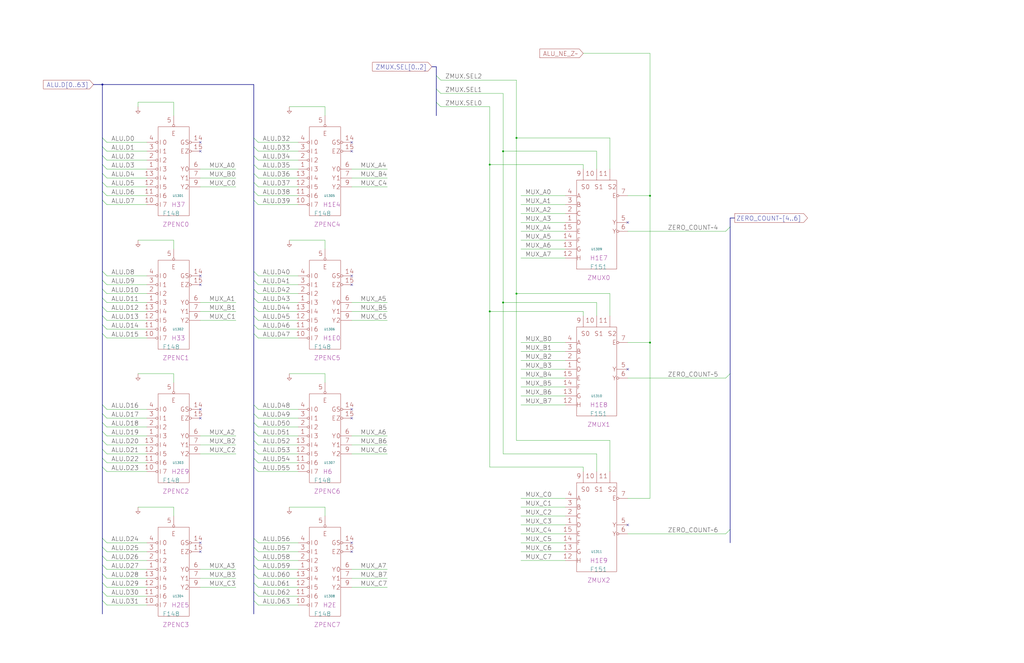
<source format=kicad_sch>
(kicad_sch (version 20211123) (generator eeschema)
  (paper "User" 584.2 378.46)
  (title_block (title "ZERO_DETECTOR") (date "22-MAR-90") (rev "1.0") (comment 1 "VALUE") (comment 2 "232-003063") (comment 3 "S400") (comment 4 "RELEASED"))
  (lib_symbols
    (symbol "r1000:F148" (pin_numbers hide) (pin_names (offset 1.016) hide)
      (property "Reference" "U" (at 2.54 5.08 0))
      (property "Value" "F148" (at -6.35 -5.08 0))
      (property "Location" "___" (at -1.27 0 0))
      (property "Name" "______" (at 1.27 -12.7 0))
      (symbol "F148_1_1"
        (circle (center -9.525 0) (radius 0.635))
        (circle (center -9.525 5.08) (radius 0.635))
        (circle (center -9.525 10.16) (radius 0.635))
        (circle (center -9.525 15.24) (radius 0.635))
        (circle (center -9.525 20.32) (radius 0.635))
        (circle (center -9.525 25.4) (radius 0.635))
        (circle (center -9.525 30.48) (radius 0.635))
        (circle (center -9.525 35.56) (radius 0.635))
        (rectangle (start -8.89 44.45) (end 8.89 -6.35))
        (circle (center 0 45.085) (radius 0.635))
        (circle (center 9.525 30.48) (radius 0.635))
        (circle (center 9.525 35.56) (radius 0.635))
        (text "0" (at -12.7 2.54 0) (effects (font (size 2.54 2.54))))
        (text "0" (at -5.08 35.56 0) (effects (font (size 2.54 2.54))))
        (text "0" (at 7.62 20.32 0) (effects (font (size 2.54 2.54))))
        (text "1" (at -15.24 2.54 0) (effects (font (size 2.54 2.54))))
        (text "1" (at -15.24 7.62 0) (effects (font (size 2.54 2.54))))
        (text "1" (at -15.24 12.7 0) (effects (font (size 2.54 2.54))))
        (text "1" (at -15.24 17.78 0) (effects (font (size 2.54 2.54))))
        (text "1" (at -12.7 7.62 0) (effects (font (size 2.54 2.54))))
        (text "1" (at -12.7 22.86 0) (effects (font (size 2.54 2.54))))
        (text "1" (at -5.08 30.48 0) (effects (font (size 2.54 2.54))))
        (text "1" (at 7.62 15.24 0) (effects (font (size 2.54 2.54))))
        (text "1" (at 12.7 33.02 0) (effects (font (size 2.54 2.54))))
        (text "1" (at 12.7 38.1 0) (effects (font (size 2.54 2.54))))
        (text "2" (at -12.7 12.7 0) (effects (font (size 2.54 2.54))))
        (text "2" (at -12.7 27.94 0) (effects (font (size 2.54 2.54))))
        (text "2" (at -5.08 25.4 0) (effects (font (size 2.54 2.54))))
        (text "2" (at 7.62 10.16 0) (effects (font (size 2.54 2.54))))
        (text "3" (at -12.7 17.78 0) (effects (font (size 2.54 2.54))))
        (text "3" (at -12.7 33.02 0) (effects (font (size 2.54 2.54))))
        (text "3" (at -5.08 20.32 0) (effects (font (size 2.54 2.54))))
        (text "4" (at -12.7 38.1 0) (effects (font (size 2.54 2.54))))
        (text "4" (at -5.08 15.24 0) (effects (font (size 2.54 2.54))))
        (text "4" (at 15.24 38.1 0) (effects (font (size 2.54 2.54))))
        (text "5" (at -5.08 10.16 0) (effects (font (size 2.54 2.54))))
        (text "5" (at -2.54 48.26 0) (effects (font (size 2.54 2.54))))
        (text "5" (at 15.24 33.02 0) (effects (font (size 2.54 2.54))))
        (text "6" (at -5.08 5.08 0) (effects (font (size 2.54 2.54))))
        (text "6" (at 12.7 22.86 0) (effects (font (size 2.54 2.54))))
        (text "7" (at -5.08 0 0) (effects (font (size 2.54 2.54))))
        (text "7" (at 12.7 17.78 0) (effects (font (size 2.54 2.54))))
        (text "9" (at 12.7 12.7 0) (effects (font (size 2.54 2.54))))
        (text "E" (at 0 40.64 0) (effects (font (size 2.54 2.54))))
        (text "E" (at 5.08 30.48 0) (effects (font (size 2.54 2.54))))
        (text "G" (at 5.08 35.56 0) (effects (font (size 2.54 2.54))))
        (text "I" (at -7.62 0 0) (effects (font (size 2.54 2.54))))
        (text "I" (at -7.62 5.08 0) (effects (font (size 2.54 2.54))))
        (text "I" (at -7.62 10.16 0) (effects (font (size 2.54 2.54))))
        (text "I" (at -7.62 15.24 0) (effects (font (size 2.54 2.54))))
        (text "I" (at -7.62 20.32 0) (effects (font (size 2.54 2.54))))
        (text "I" (at -7.62 25.4 0) (effects (font (size 2.54 2.54))))
        (text "I" (at -7.62 30.48 0) (effects (font (size 2.54 2.54))))
        (text "I" (at -7.62 35.56 0) (effects (font (size 2.54 2.54))))
        (text "S" (at 7.62 35.56 0) (effects (font (size 2.54 2.54))))
        (text "Y" (at 5.08 10.16 0) (effects (font (size 2.54 2.54))))
        (text "Y" (at 5.08 15.24 0) (effects (font (size 2.54 2.54))))
        (text "Y" (at 5.08 20.32 0) (effects (font (size 2.54 2.54))))
        (text "Z" (at 7.62 30.48 0) (effects (font (size 2.54 2.54))))
        (pin input line (at -15.24 20.32 0) (length 5.08) (name "I3_") (number "1"))
        (pin input line (at -15.24 0 0) (length 5.08) (name "I7_") (number "10"))
        (pin input line (at -15.24 5.08 0) (length 5.08) (name "I6_") (number "11"))
        (pin input line (at -15.24 10.16 0) (length 5.08) (name "I5_") (number "12"))
        (pin input line (at -15.24 15.24 0) (length 5.08) (name "I4_") (number "13"))
        (pin output line (at 15.24 35.56 180) (length 5.08) (name "GS_") (number "14"))
        (pin output line (at 15.24 30.48 180) (length 5.08) (name "EZ_") (number "15"))
        (pin input line (at -15.24 25.4 0) (length 5.08) (name "I2_") (number "2"))
        (pin input line (at -15.24 30.48 0) (length 5.08) (name "I1_") (number "3"))
        (pin input line (at -15.24 35.56 0) (length 5.08) (name "I0_") (number "4"))
        (pin input line (at 0 50.8 270) (length 5.08) (name "E_") (number "5"))
        (pin output line (at 15.24 20.32 180) (length 6.35) (name "Y0") (number "6"))
        (pin output line (at 15.24 15.24 180) (length 6.35) (name "Y1") (number "7"))
        (pin output line (at 15.24 10.16 180) (length 6.35) (name "Y2") (number "9"))
      )
    )
    (symbol "r1000:F151" (pin_numbers hide) (pin_names (offset 1.016) hide)
      (property "Reference" "U" (at 2.54 5.08 0))
      (property "Value" "F151" (at -1.27 -5.08 0))
      (property "Location" "___" (at -1.27 0 0))
      (property "Name" "______" (at 3.81 -12.7 0))
      (symbol "F151_1_1"
        (rectangle (start -8.89 44.45) (end 13.97 -6.35))
        (circle (center 14.605 15.24) (radius 0.635))
        (circle (center 14.605 35.56) (radius 0.635))
        (text "0" (at -2.54 40.64 0) (effects (font (size 2.54 2.54))))
        (text "0" (at 0 48.26 0) (effects (font (size 2.54 2.54))))
        (text "1" (at -15.24 2.54 0) (effects (font (size 2.54 2.54))))
        (text "1" (at -15.24 7.62 0) (effects (font (size 2.54 2.54))))
        (text "1" (at -15.24 12.7 0) (effects (font (size 2.54 2.54))))
        (text "1" (at -15.24 17.78 0) (effects (font (size 2.54 2.54))))
        (text "1" (at -12.7 22.86 0) (effects (font (size 2.54 2.54))))
        (text "1" (at -2.54 48.26 0) (effects (font (size 2.54 2.54))))
        (text "1" (at 5.08 40.64 0) (effects (font (size 2.54 2.54))))
        (text "1" (at 5.08 48.26 0) (effects (font (size 2.54 2.54))))
        (text "1" (at 7.62 48.26 0) (effects (font (size 2.54 2.54))))
        (text "2" (at -12.7 2.54 0) (effects (font (size 2.54 2.54))))
        (text "2" (at -12.7 27.94 0) (effects (font (size 2.54 2.54))))
        (text "2" (at 12.7 40.64 0) (effects (font (size 2.54 2.54))))
        (text "3" (at -12.7 7.62 0) (effects (font (size 2.54 2.54))))
        (text "3" (at -12.7 33.02 0) (effects (font (size 2.54 2.54))))
        (text "4" (at -12.7 12.7 0) (effects (font (size 2.54 2.54))))
        (text "4" (at -12.7 38.1 0) (effects (font (size 2.54 2.54))))
        (text "5" (at -12.7 17.78 0) (effects (font (size 2.54 2.54))))
        (text "5" (at 17.78 22.86 0) (effects (font (size 2.54 2.54))))
        (text "6" (at 17.78 17.78 0) (effects (font (size 2.54 2.54))))
        (text "7" (at 17.78 38.1 0) (effects (font (size 2.54 2.54))))
        (text "9" (at -7.62 48.26 0) (effects (font (size 2.54 2.54))))
        (text "A" (at -7.62 35.56 0) (effects (font (size 2.54 2.54))))
        (text "B" (at -7.62 30.48 0) (effects (font (size 2.54 2.54))))
        (text "C" (at -7.62 25.4 0) (effects (font (size 2.54 2.54))))
        (text "D" (at -7.62 20.32 0) (effects (font (size 2.54 2.54))))
        (text "E" (at -7.62 15.24 0) (effects (font (size 2.54 2.54))))
        (text "E" (at 12.7 35.56 0) (effects (font (size 2.54 2.54))))
        (text "F" (at -7.62 10.16 0) (effects (font (size 2.54 2.54))))
        (text "G" (at -7.62 5.08 0) (effects (font (size 2.54 2.54))))
        (text "H" (at -7.62 0 0) (effects (font (size 2.54 2.54))))
        (text "S" (at -5.08 40.64 0) (effects (font (size 2.54 2.54))))
        (text "S" (at 2.54 40.64 0) (effects (font (size 2.54 2.54))))
        (text "S" (at 10.16 40.64 0) (effects (font (size 2.54 2.54))))
        (text "Y" (at 12.7 15.24 0) (effects (font (size 2.54 2.54))))
        (text "Y" (at 12.7 20.32 0) (effects (font (size 2.54 2.54))))
        (pin input line (at -15.24 20.32 0) (length 6.35) (name "D") (number "1"))
        (pin input line (at 2.54 50.8 270) (length 6.35) (name "S1") (number "10"))
        (pin input line (at 10.16 50.8 270) (length 6.35) (name "S2") (number "11"))
        (pin input line (at -15.24 0 0) (length 6.35) (name "H") (number "12"))
        (pin input line (at -15.24 5.08 0) (length 6.35) (name "G") (number "13"))
        (pin input line (at -15.24 10.16 0) (length 6.35) (name "F") (number "14"))
        (pin input line (at -15.24 15.24 0) (length 6.35) (name "E") (number "15"))
        (pin input line (at -15.24 25.4 0) (length 6.35) (name "C") (number "2"))
        (pin input line (at -15.24 30.48 0) (length 6.35) (name "B") (number "3"))
        (pin input line (at -15.24 35.56 0) (length 6.35) (name "A") (number "4"))
        (pin output line (at 20.32 20.32 180) (length 6.35) (name "Y") (number "5"))
        (pin output line (at 20.32 15.24 180) (length 5.08) (name "Y_") (number "6"))
        (pin input line (at 20.32 35.56 180) (length 5.08) (name "E_") (number "7"))
        (pin input line (at -5.08 50.8 270) (length 6.35) (name "S0") (number "9"))
      )
    )
    (symbol "r1000:PD" (power) (pin_numbers hide) (pin_names hide) (in_bom no)
      (symbol "PD_0_1"
        (polyline (pts (xy 0 -2.54) (xy 1.27 -2.54) (xy 0 -3.81) (xy -1.27 -2.54) (xy 0 -2.54)) (stroke (width 0.1524)))
      )
      (symbol "PD_1_1"
        (pin power_in line (at 0 0 270) (length 2.54) (name "PD") (number "1"))
      )
    )
  )
  (junction (at 287.02 86.36))
  (junction (at 294.64 167.64))
  (junction (at 58.42 48.26))
  (junction (at 279.4 93.98))
  (junction (at 294.64 78.74))
  (junction (at 370.84 111.76))
  (junction (at 370.84 195.58))
  (junction (at 287.02 172.72))
  (junction (at 279.4 177.8))
  (no_connect (at 114.3 81.28))
  (no_connect (at 114.3 86.36))
  (no_connect (at 114.3 157.48))
  (no_connect (at 114.3 162.56))
  (no_connect (at 114.3 233.68))
  (no_connect (at 114.3 238.76))
  (no_connect (at 114.3 309.88))
  (no_connect (at 114.3 314.96))
  (no_connect (at 200.66 81.28))
  (no_connect (at 200.66 86.36))
  (no_connect (at 200.66 157.48))
  (no_connect (at 200.66 162.56))
  (no_connect (at 200.66 233.68))
  (no_connect (at 200.66 238.76))
  (no_connect (at 200.66 309.88))
  (no_connect (at 200.66 314.96))
  (no_connect (at 358.14 299.72))
  (no_connect (at 358.14 127))
  (no_connect (at 358.14 210.82))
  (bus_entry (at 58.42 231.14) (size 2.54 2.54))
  (bus_entry (at 144.78 256.54) (size 2.54 2.54))
  (bus_entry (at 144.78 342.9) (size 2.54 2.54))
  (bus_entry (at 144.78 185.42) (size 2.54 2.54))
  (bus_entry (at 144.78 241.3) (size 2.54 2.54))
  (bus_entry (at 144.78 175.26) (size 2.54 2.54))
  (bus_entry (at 144.78 154.94) (size 2.54 2.54))
  (bus_entry (at 144.78 236.22) (size 2.54 2.54))
  (bus_entry (at 144.78 312.42) (size 2.54 2.54))
  (bus_entry (at 58.42 154.94) (size 2.54 2.54))
  (bus_entry (at 144.78 104.14) (size 2.54 2.54))
  (bus_entry (at 144.78 246.38) (size 2.54 2.54))
  (bus_entry (at 58.42 185.42) (size 2.54 2.54))
  (bus_entry (at 58.42 170.18) (size 2.54 2.54))
  (bus_entry (at 58.42 175.26) (size 2.54 2.54))
  (bus_entry (at 58.42 190.5) (size 2.54 2.54))
  (bus_entry (at 144.78 317.5) (size 2.54 2.54))
  (bus_entry (at 58.42 180.34) (size 2.54 2.54))
  (bus_entry (at 144.78 327.66) (size 2.54 2.54))
  (bus_entry (at 144.78 165.1) (size 2.54 2.54))
  (bus_entry (at 58.42 83.82) (size 2.54 2.54))
  (bus_entry (at 144.78 83.82) (size 2.54 2.54))
  (bus_entry (at 58.42 312.42) (size 2.54 2.54))
  (bus_entry (at 58.42 261.62) (size 2.54 2.54))
  (bus_entry (at 58.42 327.66) (size 2.54 2.54))
  (bus_entry (at 58.42 93.98) (size 2.54 2.54))
  (bus_entry (at 58.42 317.5) (size 2.54 2.54))
  (bus_entry (at 144.78 99.06) (size 2.54 2.54))
  (bus_entry (at 144.78 332.74) (size 2.54 2.54))
  (bus_entry (at 144.78 88.9) (size 2.54 2.54))
  (bus_entry (at 58.42 236.22) (size 2.54 2.54))
  (bus_entry (at 144.78 251.46) (size 2.54 2.54))
  (bus_entry (at 58.42 322.58) (size 2.54 2.54))
  (bus_entry (at 58.42 251.46) (size 2.54 2.54))
  (bus_entry (at 58.42 109.22) (size 2.54 2.54))
  (bus_entry (at 58.42 99.06) (size 2.54 2.54))
  (bus_entry (at 144.78 231.14) (size 2.54 2.54))
  (bus_entry (at 144.78 322.58) (size 2.54 2.54))
  (bus_entry (at 144.78 160.02) (size 2.54 2.54))
  (bus_entry (at 58.42 307.34) (size 2.54 2.54))
  (bus_entry (at 58.42 114.3) (size 2.54 2.54))
  (bus_entry (at 144.78 109.22) (size 2.54 2.54))
  (bus_entry (at 58.42 78.74) (size 2.54 2.54))
  (bus_entry (at 58.42 165.1) (size 2.54 2.54))
  (bus_entry (at 58.42 241.3) (size 2.54 2.54))
  (bus_entry (at 58.42 342.9) (size 2.54 2.54))
  (bus_entry (at 58.42 246.38) (size 2.54 2.54))
  (bus_entry (at 144.78 180.34) (size 2.54 2.54))
  (bus_entry (at 58.42 256.54) (size 2.54 2.54))
  (bus_entry (at 144.78 266.7) (size 2.54 2.54))
  (bus_entry (at 144.78 307.34) (size 2.54 2.54))
  (bus_entry (at 416.56 129.54) (size -2.54 2.54))
  (bus_entry (at 416.56 213.36) (size -2.54 2.54))
  (bus_entry (at 416.56 302.26) (size -2.54 2.54))
  (bus_entry (at 144.78 337.82) (size 2.54 2.54))
  (bus_entry (at 58.42 104.14) (size 2.54 2.54))
  (bus_entry (at 144.78 190.5) (size 2.54 2.54))
  (bus_entry (at 144.78 93.98) (size 2.54 2.54))
  (bus_entry (at 58.42 266.7) (size 2.54 2.54))
  (bus_entry (at 144.78 261.62) (size 2.54 2.54))
  (bus_entry (at 144.78 114.3) (size 2.54 2.54))
  (bus_entry (at 58.42 332.74) (size 2.54 2.54))
  (bus_entry (at 58.42 88.9) (size 2.54 2.54))
  (bus_entry (at 58.42 160.02) (size 2.54 2.54))
  (bus_entry (at 248.92 43.18) (size 2.54 2.54))
  (bus_entry (at 248.92 50.8) (size 2.54 2.54))
  (bus_entry (at 248.92 58.42) (size 2.54 2.54))
  (bus_entry (at 144.78 78.74) (size 2.54 2.54))
  (bus_entry (at 58.42 337.82) (size 2.54 2.54))
  (bus_entry (at 144.78 170.18) (size 2.54 2.54))
  (wire (pts (xy 60.96 91.44) (xy 83.82 91.44)))
  (bus (pts (xy 144.78 170.18) (xy 144.78 175.26)))
  (wire (pts (xy 60.96 86.36) (xy 83.82 86.36)))
  (wire (pts (xy 297.18 195.58) (xy 322.58 195.58)))
  (wire (pts (xy 147.32 187.96) (xy 170.18 187.96)))
  (wire (pts (xy 279.4 177.8) (xy 332.74 177.8)))
  (wire (pts (xy 332.74 180.34) (xy 332.74 177.8)))
  (wire (pts (xy 114.3 106.68) (xy 134.62 106.68)))
  (bus (pts (xy 58.42 160.02) (xy 58.42 165.1)))
  (wire (pts (xy 332.74 30.48) (xy 370.84 30.48)))
  (wire (pts (xy 370.84 30.48) (xy 370.84 111.76)))
  (wire (pts (xy 370.84 111.76) (xy 370.84 195.58)))
  (wire (pts (xy 370.84 195.58) (xy 370.84 284.48)))
  (wire (pts (xy 297.18 226.06) (xy 322.58 226.06)))
  (bus (pts (xy 144.78 165.1) (xy 144.78 170.18)))
  (bus (pts (xy 58.42 342.9) (xy 58.42 350.52)))
  (wire (pts (xy 60.96 320.04) (xy 83.82 320.04)))
  (bus (pts (xy 58.42 93.98) (xy 58.42 99.06)))
  (wire (pts (xy 147.32 86.36) (xy 170.18 86.36)))
  (bus (pts (xy 144.78 236.22) (xy 144.78 241.3)))
  (bus (pts (xy 416.56 213.36) (xy 416.56 302.26)))
  (wire (pts (xy 147.32 259.08) (xy 170.18 259.08)))
  (bus (pts (xy 144.78 180.34) (xy 144.78 185.42)))
  (wire (pts (xy 147.32 233.68) (xy 170.18 233.68)))
  (wire (pts (xy 297.18 304.8) (xy 322.58 304.8)))
  (wire (pts (xy 60.96 182.88) (xy 83.82 182.88)))
  (wire (pts (xy 60.96 157.48) (xy 83.82 157.48)))
  (wire (pts (xy 297.18 289.56) (xy 322.58 289.56)))
  (wire (pts (xy 297.18 116.84) (xy 322.58 116.84)))
  (bus (pts (xy 144.78 246.38) (xy 144.78 251.46)))
  (bus (pts (xy 144.78 93.98) (xy 144.78 99.06)))
  (bus (pts (xy 58.42 190.5) (xy 58.42 231.14)))
  (bus (pts (xy 58.42 322.58) (xy 58.42 327.66)))
  (bus (pts (xy 144.78 88.9) (xy 144.78 93.98)))
  (wire (pts (xy 200.66 106.68) (xy 220.98 106.68)))
  (wire (pts (xy 147.32 248.92) (xy 170.18 248.92)))
  (wire (pts (xy 297.18 132.08) (xy 322.58 132.08)))
  (bus (pts (xy 58.42 165.1) (xy 58.42 170.18)))
  (wire (pts (xy 147.32 101.6) (xy 170.18 101.6)))
  (bus (pts (xy 144.78 175.26) (xy 144.78 180.34)))
  (wire (pts (xy 297.18 309.88) (xy 322.58 309.88)))
  (wire (pts (xy 297.18 127) (xy 322.58 127)))
  (wire (pts (xy 114.3 101.6) (xy 134.62 101.6)))
  (wire (pts (xy 297.18 111.76) (xy 322.58 111.76)))
  (wire (pts (xy 60.96 167.64) (xy 83.82 167.64)))
  (wire (pts (xy 358.14 304.8) (xy 414.02 304.8)))
  (bus (pts (xy 58.42 256.54) (xy 58.42 261.62)))
  (wire (pts (xy 200.66 254) (xy 220.98 254)))
  (wire (pts (xy 60.96 254) (xy 83.82 254)))
  (wire (pts (xy 78.74 137.16) (xy 99.06 137.16)))
  (wire (pts (xy 185.42 213.36) (xy 185.42 218.44)))
  (wire (pts (xy 60.96 233.68) (xy 83.82 233.68)))
  (bus (pts (xy 144.78 154.94) (xy 144.78 160.02)))
  (wire (pts (xy 60.96 111.76) (xy 83.82 111.76)))
  (wire (pts (xy 200.66 248.92) (xy 220.98 248.92)))
  (wire (pts (xy 358.14 215.9) (xy 414.02 215.9)))
  (wire (pts (xy 99.06 289.56) (xy 99.06 294.64)))
  (bus (pts (xy 144.78 160.02) (xy 144.78 165.1)))
  (wire (pts (xy 114.3 248.92) (xy 134.62 248.92)))
  (bus (pts (xy 58.42 88.9) (xy 58.42 93.98)))
  (wire (pts (xy 114.3 325.12) (xy 134.62 325.12)))
  (wire (pts (xy 60.96 101.6) (xy 83.82 101.6)))
  (wire (pts (xy 147.32 193.04) (xy 170.18 193.04)))
  (wire (pts (xy 297.18 294.64) (xy 322.58 294.64)))
  (wire (pts (xy 297.18 320.04) (xy 322.58 320.04)))
  (bus (pts (xy 416.56 124.46) (xy 416.56 129.54)))
  (bus (pts (xy 416.56 124.46) (xy 419.1 124.46)))
  (bus (pts (xy 144.78 190.5) (xy 144.78 231.14)))
  (bus (pts (xy 144.78 266.7) (xy 144.78 307.34)))
  (wire (pts (xy 147.32 335.28) (xy 170.18 335.28)))
  (bus (pts (xy 58.42 312.42) (xy 58.42 317.5)))
  (wire (pts (xy 279.4 177.8) (xy 279.4 93.98)))
  (wire (pts (xy 279.4 266.7) (xy 279.4 177.8)))
  (wire (pts (xy 332.74 266.7) (xy 279.4 266.7)))
  (wire (pts (xy 332.74 269.24) (xy 332.74 266.7)))
  (wire (pts (xy 147.32 264.16) (xy 170.18 264.16)))
  (wire (pts (xy 297.18 142.24) (xy 322.58 142.24)))
  (wire (pts (xy 114.3 335.28) (xy 134.62 335.28)))
  (wire (pts (xy 297.18 314.96) (xy 322.58 314.96)))
  (wire (pts (xy 200.66 172.72) (xy 220.98 172.72)))
  (wire (pts (xy 147.32 254) (xy 170.18 254)))
  (wire (pts (xy 60.96 264.16) (xy 83.82 264.16)))
  (bus (pts (xy 58.42 236.22) (xy 58.42 241.3)))
  (wire (pts (xy 147.32 116.84) (xy 170.18 116.84)))
  (wire (pts (xy 287.02 172.72) (xy 340.36 172.72)))
  (wire (pts (xy 340.36 172.72) (xy 340.36 180.34)))
  (wire (pts (xy 165.1 213.36) (xy 185.42 213.36)))
  (bus (pts (xy 58.42 261.62) (xy 58.42 266.7)))
  (wire (pts (xy 185.42 289.56) (xy 185.42 294.64)))
  (wire (pts (xy 114.3 172.72) (xy 134.62 172.72)))
  (bus (pts (xy 416.56 302.26) (xy 416.56 309.88)))
  (wire (pts (xy 114.3 182.88) (xy 134.62 182.88)))
  (bus (pts (xy 144.78 307.34) (xy 144.78 312.42)))
  (wire (pts (xy 147.32 91.44) (xy 170.18 91.44)))
  (bus (pts (xy 144.78 83.82) (xy 144.78 88.9)))
  (wire (pts (xy 297.18 205.74) (xy 322.58 205.74)))
  (bus (pts (xy 248.92 58.42) (xy 248.92 66.04)))
  (wire (pts (xy 185.42 60.96) (xy 185.42 66.04)))
  (wire (pts (xy 78.74 289.56) (xy 99.06 289.56)))
  (bus (pts (xy 58.42 266.7) (xy 58.42 307.34)))
  (bus (pts (xy 144.78 337.82) (xy 144.78 342.9)))
  (wire (pts (xy 60.96 81.28) (xy 83.82 81.28)))
  (bus (pts (xy 58.42 185.42) (xy 58.42 190.5)))
  (bus (pts (xy 248.92 43.18) (xy 248.92 50.8)))
  (wire (pts (xy 147.32 330.2) (xy 170.18 330.2)))
  (wire (pts (xy 60.96 345.44) (xy 83.82 345.44)))
  (bus (pts (xy 58.42 175.26) (xy 58.42 180.34)))
  (wire (pts (xy 114.3 254) (xy 134.62 254)))
  (bus (pts (xy 144.78 109.22) (xy 144.78 114.3)))
  (bus (pts (xy 58.42 231.14) (xy 58.42 236.22)))
  (wire (pts (xy 200.66 325.12) (xy 220.98 325.12)))
  (wire (pts (xy 147.32 238.76) (xy 170.18 238.76)))
  (wire (pts (xy 200.66 96.52) (xy 220.98 96.52)))
  (wire (pts (xy 147.32 162.56) (xy 170.18 162.56)))
  (bus (pts (xy 58.42 99.06) (xy 58.42 104.14)))
  (wire (pts (xy 200.66 330.2) (xy 220.98 330.2)))
  (bus (pts (xy 144.78 231.14) (xy 144.78 236.22)))
  (wire (pts (xy 78.74 58.42) (xy 99.06 58.42)))
  (wire (pts (xy 78.74 60.96) (xy 78.74 58.42)))
  (wire (pts (xy 99.06 58.42) (xy 99.06 66.04)))
  (wire (pts (xy 251.46 60.96) (xy 279.4 60.96)))
  (wire (pts (xy 279.4 60.96) (xy 279.4 93.98)))
  (wire (pts (xy 279.4 93.98) (xy 332.74 93.98)))
  (wire (pts (xy 332.74 93.98) (xy 332.74 96.52)))
  (bus (pts (xy 416.56 129.54) (xy 416.56 213.36)))
  (wire (pts (xy 147.32 106.68) (xy 170.18 106.68)))
  (bus (pts (xy 58.42 83.82) (xy 58.42 88.9)))
  (bus (pts (xy 58.42 317.5) (xy 58.42 322.58)))
  (bus (pts (xy 144.78 332.74) (xy 144.78 337.82)))
  (wire (pts (xy 60.96 96.52) (xy 83.82 96.52)))
  (wire (pts (xy 60.96 248.92) (xy 83.82 248.92)))
  (bus (pts (xy 58.42 246.38) (xy 58.42 251.46)))
  (bus (pts (xy 58.42 307.34) (xy 58.42 312.42)))
  (wire (pts (xy 297.18 284.48) (xy 322.58 284.48)))
  (bus (pts (xy 246.38 38.1) (xy 248.92 38.1)))
  (bus (pts (xy 248.92 38.1) (xy 248.92 43.18)))
  (wire (pts (xy 297.18 121.92) (xy 322.58 121.92)))
  (wire (pts (xy 60.96 193.04) (xy 83.82 193.04)))
  (bus (pts (xy 144.78 241.3) (xy 144.78 246.38)))
  (wire (pts (xy 297.18 147.32) (xy 322.58 147.32)))
  (wire (pts (xy 147.32 243.84) (xy 170.18 243.84)))
  (wire (pts (xy 147.32 314.96) (xy 170.18 314.96)))
  (bus (pts (xy 58.42 332.74) (xy 58.42 337.82)))
  (wire (pts (xy 60.96 243.84) (xy 83.82 243.84)))
  (wire (pts (xy 60.96 106.68) (xy 83.82 106.68)))
  (wire (pts (xy 147.32 167.64) (xy 170.18 167.64)))
  (wire (pts (xy 60.96 340.36) (xy 83.82 340.36)))
  (wire (pts (xy 200.66 259.08) (xy 220.98 259.08)))
  (bus (pts (xy 58.42 109.22) (xy 58.42 114.3)))
  (bus (pts (xy 58.42 327.66) (xy 58.42 332.74)))
  (wire (pts (xy 287.02 172.72) (xy 287.02 86.36)))
  (wire (pts (xy 287.02 259.08) (xy 287.02 172.72)))
  (wire (pts (xy 340.36 259.08) (xy 287.02 259.08)))
  (wire (pts (xy 340.36 269.24) (xy 340.36 259.08)))
  (wire (pts (xy 165.1 60.96) (xy 185.42 60.96)))
  (bus (pts (xy 53.34 48.26) (xy 58.42 48.26)))
  (wire (pts (xy 147.32 177.8) (xy 170.18 177.8)))
  (wire (pts (xy 60.96 172.72) (xy 83.82 172.72)))
  (wire (pts (xy 200.66 335.28) (xy 220.98 335.28)))
  (bus (pts (xy 58.42 241.3) (xy 58.42 246.38)))
  (wire (pts (xy 60.96 325.12) (xy 83.82 325.12)))
  (wire (pts (xy 147.32 345.44) (xy 170.18 345.44)))
  (bus (pts (xy 248.92 50.8) (xy 248.92 58.42)))
  (bus (pts (xy 144.78 251.46) (xy 144.78 256.54)))
  (wire (pts (xy 165.1 137.16) (xy 185.42 137.16)))
  (bus (pts (xy 58.42 170.18) (xy 58.42 175.26)))
  (wire (pts (xy 200.66 182.88) (xy 220.98 182.88)))
  (bus (pts (xy 58.42 104.14) (xy 58.42 109.22)))
  (wire (pts (xy 60.96 187.96) (xy 83.82 187.96)))
  (wire (pts (xy 200.66 177.8) (xy 220.98 177.8)))
  (wire (pts (xy 60.96 335.28) (xy 83.82 335.28)))
  (wire (pts (xy 60.96 330.2) (xy 83.82 330.2)))
  (wire (pts (xy 147.32 111.76) (xy 170.18 111.76)))
  (bus (pts (xy 144.78 114.3) (xy 144.78 154.94)))
  (wire (pts (xy 297.18 220.98) (xy 322.58 220.98)))
  (bus (pts (xy 144.78 342.9) (xy 144.78 350.52)))
  (wire (pts (xy 358.14 284.48) (xy 370.84 284.48)))
  (wire (pts (xy 165.1 289.56) (xy 185.42 289.56)))
  (wire (pts (xy 147.32 182.88) (xy 170.18 182.88)))
  (bus (pts (xy 58.42 337.82) (xy 58.42 342.9)))
  (wire (pts (xy 60.96 116.84) (xy 83.82 116.84)))
  (bus (pts (xy 58.42 48.26) (xy 58.42 78.74)))
  (bus (pts (xy 58.42 48.26) (xy 144.78 48.26)))
  (bus (pts (xy 144.78 48.26) (xy 144.78 78.74)))
  (wire (pts (xy 99.06 137.16) (xy 99.06 142.24)))
  (wire (pts (xy 147.32 96.52) (xy 170.18 96.52)))
  (wire (pts (xy 147.32 320.04) (xy 170.18 320.04)))
  (bus (pts (xy 144.78 78.74) (xy 144.78 83.82)))
  (bus (pts (xy 58.42 78.74) (xy 58.42 83.82)))
  (wire (pts (xy 78.74 213.36) (xy 99.06 213.36)))
  (wire (pts (xy 185.42 137.16) (xy 185.42 142.24)))
  (wire (pts (xy 297.18 215.9) (xy 322.58 215.9)))
  (wire (pts (xy 60.96 314.96) (xy 83.82 314.96)))
  (bus (pts (xy 58.42 180.34) (xy 58.42 185.42)))
  (bus (pts (xy 144.78 261.62) (xy 144.78 266.7)))
  (wire (pts (xy 297.18 299.72) (xy 322.58 299.72)))
  (wire (pts (xy 358.14 132.08) (xy 414.02 132.08)))
  (wire (pts (xy 147.32 325.12) (xy 170.18 325.12)))
  (wire (pts (xy 60.96 162.56) (xy 83.82 162.56)))
  (wire (pts (xy 251.46 45.72) (xy 294.64 45.72)))
  (wire (pts (xy 294.64 45.72) (xy 294.64 78.74)))
  (wire (pts (xy 294.64 78.74) (xy 347.98 78.74)))
  (wire (pts (xy 347.98 78.74) (xy 347.98 96.52)))
  (wire (pts (xy 60.96 177.8) (xy 83.82 177.8)))
  (wire (pts (xy 114.3 96.52) (xy 134.62 96.52)))
  (wire (pts (xy 294.64 167.64) (xy 294.64 78.74)))
  (wire (pts (xy 294.64 251.46) (xy 294.64 167.64)))
  (wire (pts (xy 347.98 251.46) (xy 294.64 251.46)))
  (wire (pts (xy 347.98 269.24) (xy 347.98 251.46)))
  (bus (pts (xy 144.78 317.5) (xy 144.78 322.58)))
  (wire (pts (xy 147.32 309.88) (xy 170.18 309.88)))
  (wire (pts (xy 297.18 210.82) (xy 322.58 210.82)))
  (wire (pts (xy 147.32 81.28) (xy 170.18 81.28)))
  (wire (pts (xy 99.06 213.36) (xy 99.06 218.44)))
  (wire (pts (xy 147.32 269.24) (xy 170.18 269.24)))
  (bus (pts (xy 144.78 185.42) (xy 144.78 190.5)))
  (wire (pts (xy 147.32 172.72) (xy 170.18 172.72)))
  (wire (pts (xy 200.66 101.6) (xy 220.98 101.6)))
  (wire (pts (xy 114.3 259.08) (xy 134.62 259.08)))
  (wire (pts (xy 60.96 309.88) (xy 83.82 309.88)))
  (bus (pts (xy 144.78 99.06) (xy 144.78 104.14)))
  (wire (pts (xy 147.32 157.48) (xy 170.18 157.48)))
  (wire (pts (xy 358.14 195.58) (xy 370.84 195.58)))
  (bus (pts (xy 144.78 312.42) (xy 144.78 317.5)))
  (wire (pts (xy 297.18 231.14) (xy 322.58 231.14)))
  (wire (pts (xy 297.18 200.66) (xy 322.58 200.66)))
  (bus (pts (xy 58.42 154.94) (xy 58.42 160.02)))
  (wire (pts (xy 60.96 259.08) (xy 83.82 259.08)))
  (wire (pts (xy 114.3 177.8) (xy 134.62 177.8)))
  (wire (pts (xy 358.14 111.76) (xy 370.84 111.76)))
  (wire (pts (xy 60.96 269.24) (xy 83.82 269.24)))
  (wire (pts (xy 114.3 330.2) (xy 134.62 330.2)))
  (wire (pts (xy 297.18 137.16) (xy 322.58 137.16)))
  (bus (pts (xy 58.42 251.46) (xy 58.42 256.54)))
  (wire (pts (xy 60.96 238.76) (xy 83.82 238.76)))
  (bus (pts (xy 144.78 256.54) (xy 144.78 261.62)))
  (wire (pts (xy 147.32 340.36) (xy 170.18 340.36)))
  (wire (pts (xy 251.46 53.34) (xy 287.02 53.34)))
  (wire (pts (xy 287.02 53.34) (xy 287.02 86.36)))
  (wire (pts (xy 287.02 86.36) (xy 340.36 86.36)))
  (wire (pts (xy 340.36 86.36) (xy 340.36 96.52)))
  (bus (pts (xy 144.78 104.14) (xy 144.78 109.22)))
  (bus (pts (xy 58.42 114.3) (xy 58.42 154.94)))
  (bus (pts (xy 144.78 322.58) (xy 144.78 327.66)))
  (wire (pts (xy 347.98 167.64) (xy 294.64 167.64)))
  (wire (pts (xy 347.98 180.34) (xy 347.98 167.64)))
  (bus (pts (xy 144.78 327.66) (xy 144.78 332.74)))
  (label "ALU.D3" (at 63.5 96.52 0) (effects (font (size 2.54 2.54))))
  (label "ALU.D13" (at 63.5 182.88 0) (effects (font (size 2.54 2.54))))
  (label "MUX_C0" (at 299.72 284.48 0) (effects (font (size 2.54 2.54))))
  (label "ZMUX.SEL2" (at 254 45.72 0) (effects (font (size 2.54 2.54))))
  (label "ALU.D52" (at 149.86 254 0) (effects (font (size 2.54 2.54))))
  (label "MUX_A1" (at 299.72 116.84 0) (effects (font (size 2.54 2.54))))
  (label "ALU.D26" (at 63.5 320.04 0) (effects (font (size 2.54 2.54))))
  (label "MUX_B4" (at 299.72 215.9 0) (effects (font (size 2.54 2.54))))
  (label "MUX_C7" (at 299.72 320.04 0) (effects (font (size 2.54 2.54))))
  (label "MUX_B5" (at 205.74 177.8 0) (effects (font (size 2.54 2.54))))
  (label "MUX_C5" (at 205.74 182.88 0) (effects (font (size 2.54 2.54))))
  (label "ALU.D58" (at 149.86 320.04 0) (effects (font (size 2.54 2.54))))
  (label "ALU.D4" (at 63.5 101.6 0) (effects (font (size 2.54 2.54))))
  (label "ALU.D33" (at 149.86 86.36 0) (effects (font (size 2.54 2.54))))
  (label "MUX_C6" (at 205.74 259.08 0) (effects (font (size 2.54 2.54))))
  (label "MUX_B0" (at 119.38 101.6 0) (effects (font (size 2.54 2.54))))
  (label "MUX_A4" (at 205.74 96.52 0) (effects (font (size 2.54 2.54))))
  (label "MUX_A0" (at 119.38 96.52 0) (effects (font (size 2.54 2.54))))
  (label "MUX_B2" (at 119.38 254 0) (effects (font (size 2.54 2.54))))
  (label "MUX_C4" (at 205.74 106.68 0) (effects (font (size 2.54 2.54))))
  (label "ALU.D60" (at 149.86 330.2 0) (effects (font (size 2.54 2.54))))
  (label "ALU.D25" (at 63.5 314.96 0) (effects (font (size 2.54 2.54))))
  (label "ALU.D0" (at 63.5 81.28 0) (effects (font (size 2.54 2.54))))
  (label "ALU.D51" (at 149.86 248.92 0) (effects (font (size 2.54 2.54))))
  (label "MUX_C6" (at 299.72 314.96 0) (effects (font (size 2.54 2.54))))
  (label "ALU.D42" (at 149.86 167.64 0) (effects (font (size 2.54 2.54))))
  (label "ALU.D47" (at 149.86 193.04 0) (effects (font (size 2.54 2.54))))
  (label "ALU.D14" (at 63.5 187.96 0) (effects (font (size 2.54 2.54))))
  (label "ALU.D1" (at 63.5 86.36 0) (effects (font (size 2.54 2.54))))
  (label "MUX_A7" (at 205.74 325.12 0) (effects (font (size 2.54 2.54))))
  (label "ALU.D54" (at 149.86 264.16 0) (effects (font (size 2.54 2.54))))
  (label "ALU.D55" (at 149.86 269.24 0) (effects (font (size 2.54 2.54))))
  (label "ALU.D44" (at 149.86 177.8 0) (effects (font (size 2.54 2.54))))
  (label "MUX_A0" (at 299.72 111.76 0) (effects (font (size 2.54 2.54))))
  (label "ALU.D37" (at 149.86 106.68 0) (effects (font (size 2.54 2.54))))
  (label "MUX_C0" (at 119.38 106.68 0) (effects (font (size 2.54 2.54))))
  (label "ALU.D7" (at 63.5 116.84 0) (effects (font (size 2.54 2.54))))
  (label "ALU.D28" (at 63.5 330.2 0) (effects (font (size 2.54 2.54))))
  (label "MUX_B2" (at 299.72 205.74 0) (effects (font (size 2.54 2.54))))
  (label "ALU.D22" (at 63.5 264.16 0) (effects (font (size 2.54 2.54))))
  (label "ALU.D6" (at 63.5 111.76 0) (effects (font (size 2.54 2.54))))
  (label "ALU.D29" (at 63.5 335.28 0) (effects (font (size 2.54 2.54))))
  (label "ZERO_COUNT~4" (at 381 132.08 0) (effects (font (size 2.54 2.54))))
  (label "ALU.D24" (at 63.5 309.88 0) (effects (font (size 2.54 2.54))))
  (label "MUX_B6" (at 205.74 254 0) (effects (font (size 2.54 2.54))))
  (label "MUX_B3" (at 119.38 330.2 0) (effects (font (size 2.54 2.54))))
  (label "MUX_C4" (at 299.72 304.8 0) (effects (font (size 2.54 2.54))))
  (label "ALU.D16" (at 63.5 233.68 0) (effects (font (size 2.54 2.54))))
  (label "MUX_C5" (at 299.72 309.88 0) (effects (font (size 2.54 2.54))))
  (label "ZERO_COUNT~5" (at 381 215.9 0) (effects (font (size 2.54 2.54))))
  (label "MUX_C7" (at 205.74 335.28 0) (effects (font (size 2.54 2.54))))
  (label "ALU.D34" (at 149.86 91.44 0) (effects (font (size 2.54 2.54))))
  (label "MUX_C2" (at 299.72 294.64 0) (effects (font (size 2.54 2.54))))
  (label "ZERO_COUNT~6" (at 381 304.8 0) (effects (font (size 2.54 2.54))))
  (label "MUX_B0" (at 299.72 195.58 0) (effects (font (size 2.54 2.54))))
  (label "ALU.D8" (at 63.5 157.48 0) (effects (font (size 2.54 2.54))))
  (label "MUX_A5" (at 299.72 137.16 0) (effects (font (size 2.54 2.54))))
  (label "ALU.D43" (at 149.86 172.72 0) (effects (font (size 2.54 2.54))))
  (label "MUX_A4" (at 299.72 132.08 0) (effects (font (size 2.54 2.54))))
  (label "ALU.D41" (at 149.86 162.56 0) (effects (font (size 2.54 2.54))))
  (label "MUX_A6" (at 299.72 142.24 0) (effects (font (size 2.54 2.54))))
  (label "ALU.D12" (at 63.5 177.8 0) (effects (font (size 2.54 2.54))))
  (label "MUX_C2" (at 119.38 259.08 0) (effects (font (size 2.54 2.54))))
  (label "ALU.D38" (at 149.86 111.76 0) (effects (font (size 2.54 2.54))))
  (label "ALU.D63" (at 149.86 345.44 0) (effects (font (size 2.54 2.54))))
  (label "ALU.D30" (at 63.5 340.36 0) (effects (font (size 2.54 2.54))))
  (label "ALU.D62" (at 149.86 340.36 0) (effects (font (size 2.54 2.54))))
  (label "MUX_B1" (at 299.72 200.66 0) (effects (font (size 2.54 2.54))))
  (label "MUX_B3" (at 299.72 210.82 0) (effects (font (size 2.54 2.54))))
  (label "MUX_B7" (at 299.72 231.14 0) (effects (font (size 2.54 2.54))))
  (label "MUX_B5" (at 299.72 220.98 0) (effects (font (size 2.54 2.54))))
  (label "ALU.D17" (at 63.5 238.76 0) (effects (font (size 2.54 2.54))))
  (label "ALU.D20" (at 63.5 254 0) (effects (font (size 2.54 2.54))))
  (label "MUX_B1" (at 119.38 177.8 0) (effects (font (size 2.54 2.54))))
  (label "ALU.D27" (at 63.5 325.12 0) (effects (font (size 2.54 2.54))))
  (label "MUX_A7" (at 299.72 147.32 0) (effects (font (size 2.54 2.54))))
  (label "ALU.D5" (at 63.5 106.68 0) (effects (font (size 2.54 2.54))))
  (label "ALU.D57" (at 149.86 314.96 0) (effects (font (size 2.54 2.54))))
  (label "ZMUX.SEL0" (at 254 60.96 0) (effects (font (size 2.54 2.54))))
  (label "MUX_C3" (at 119.38 335.28 0) (effects (font (size 2.54 2.54))))
  (label "MUX_A1" (at 119.38 172.72 0) (effects (font (size 2.54 2.54))))
  (label "ALU.D31" (at 63.5 345.44 0) (effects (font (size 2.54 2.54))))
  (label "ALU.D35" (at 149.86 96.52 0) (effects (font (size 2.54 2.54))))
  (label "ALU.D21" (at 63.5 259.08 0) (effects (font (size 2.54 2.54))))
  (label "ALU.D36" (at 149.86 101.6 0) (effects (font (size 2.54 2.54))))
  (label "ALU.D61" (at 149.86 335.28 0) (effects (font (size 2.54 2.54))))
  (label "ALU.D40" (at 149.86 157.48 0) (effects (font (size 2.54 2.54))))
  (label "MUX_B4" (at 205.74 101.6 0) (effects (font (size 2.54 2.54))))
  (label "MUX_A5" (at 205.74 172.72 0) (effects (font (size 2.54 2.54))))
  (label "MUX_C3" (at 299.72 299.72 0) (effects (font (size 2.54 2.54))))
  (label "MUX_B6" (at 299.72 226.06 0) (effects (font (size 2.54 2.54))))
  (label "MUX_C1" (at 119.38 182.88 0) (effects (font (size 2.54 2.54))))
  (label "ALU.D45" (at 149.86 182.88 0) (effects (font (size 2.54 2.54))))
  (label "ALU.D9" (at 63.5 162.56 0) (effects (font (size 2.54 2.54))))
  (label "MUX_B7" (at 205.74 330.2 0) (effects (font (size 2.54 2.54))))
  (label "ZMUX.SEL1" (at 254 53.34 0) (effects (font (size 2.54 2.54))))
  (label "ALU.D15" (at 63.5 193.04 0) (effects (font (size 2.54 2.54))))
  (label "MUX_C1" (at 299.72 289.56 0) (effects (font (size 2.54 2.54))))
  (label "ALU.D46" (at 149.86 187.96 0) (effects (font (size 2.54 2.54))))
  (label "MUX_A2" (at 299.72 121.92 0) (effects (font (size 2.54 2.54))))
  (label "ALU.D39" (at 149.86 116.84 0) (effects (font (size 2.54 2.54))))
  (label "ALU.D56" (at 149.86 309.88 0) (effects (font (size 2.54 2.54))))
  (label "ALU.D10" (at 63.5 167.64 0) (effects (font (size 2.54 2.54))))
  (label "MUX_A2" (at 119.38 248.92 0) (effects (font (size 2.54 2.54))))
  (label "ALU.D32" (at 149.86 81.28 0) (effects (font (size 2.54 2.54))))
  (label "ALU.D49" (at 149.86 238.76 0) (effects (font (size 2.54 2.54))))
  (label "ALU.D48" (at 149.86 233.68 0) (effects (font (size 2.54 2.54))))
  (label "ALU.D11" (at 63.5 172.72 0) (effects (font (size 2.54 2.54))))
  (label "ALU.D23" (at 63.5 269.24 0) (effects (font (size 2.54 2.54))))
  (label "ALU.D50" (at 149.86 243.84 0) (effects (font (size 2.54 2.54))))
  (label "MUX_A3" (at 119.38 325.12 0) (effects (font (size 2.54 2.54))))
  (label "MUX_A6" (at 205.74 248.92 0) (effects (font (size 2.54 2.54))))
  (label "ALU.D53" (at 149.86 259.08 0) (effects (font (size 2.54 2.54))))
  (label "ALU.D59" (at 149.86 325.12 0) (effects (font (size 2.54 2.54))))
  (label "ALU.D19" (at 63.5 248.92 0) (effects (font (size 2.54 2.54))))
  (label "ALU.D2" (at 63.5 91.44 0) (effects (font (size 2.54 2.54))))
  (label "ALU.D18" (at 63.5 243.84 0) (effects (font (size 2.54 2.54))))
  (label "MUX_A3" (at 299.72 127 0) (effects (font (size 2.54 2.54))))
  (global_label "ALU_NE_Z~" (shape input) (at 332.74 30.48 180) (effects (font (size 2.54 2.54))) (property "Intersheet References" "${INTERSHEET_REFS}" (at 307.9569 30.3213 0) (effects (font (size 2.54 2.54)) (justify right))))
  (global_label "ALU.D[0..63]" (shape input) (at 53.34 48.26 180) (effects (font (size 2.54 2.54))) (property "Intersheet References" "${INTERSHEET_REFS}" (at 24.8073 48.1013 0) (effects (font (size 2.54 2.54)) (justify right))))
  (global_label "ZMUX.SEL[0..2]" (shape input) (at 246.38 38.1 180) (effects (font (size 2.54 2.54))) (property "Intersheet References" "${INTERSHEET_REFS}" (at 212.5254 37.9413 0) (effects (font (size 2.54 2.54)) (justify right))))
  (global_label "ZERO_COUNT~[4..6]" (shape output) (at 419.1 124.46 0) (effects (font (size 2.54 2.54))) (property "Intersheet References" "${INTERSHEET_REFS}" (at 460.6955 124.3013 0) (effects (font (size 2.54 2.54)) (justify left))))
  (symbol (lib_id "r1000:F148") (at 185.42 193.04 0) (unit 1)
    (property "Reference" "U1306" (at 187.96 187.96 0))
    (property "Value" "F148" (at 179.07 198.12 0) (effects (font (size 2.54 2.54)) (justify left)))
    (property "Location" "H1E0" (at 184.15 193.04 0) (effects (font (size 2.54 2.54)) (justify left)))
    (property "Name" "ZPENC5" (at 186.69 205.74 0) (effects (font (size 2.54 2.54)) (justify bottom)))
  )
  (symbol (lib_id "r1000:PD") (at 78.74 289.56 0) (unit 1) (in_bom no)
    (property "Reference" "#PWR01304" (effects hide))
    (property "Value" "PD" (effects hide))
  )
  (symbol (lib_id "r1000:F151") (at 337.82 320.04 0) (unit 1)
    (property "Reference" "U1311" (at 340.36 314.96 0))
    (property "Value" "F151" (at 336.55 325.12 0) (effects (font (size 2.54 2.54)) (justify left)))
    (property "Location" "H1E9" (at 336.55 320.04 0) (effects (font (size 2.54 2.54)) (justify left)))
    (property "Name" "ZMUX2" (at 341.63 332.74 0) (effects (font (size 2.54 2.54)) (justify bottom)))
  )
  (symbol (lib_id "r1000:F148") (at 185.42 345.44 0) (unit 1)
    (property "Reference" "U1308" (at 187.96 340.36 0))
    (property "Value" "F148" (at 179.07 350.52 0) (effects (font (size 2.54 2.54)) (justify left)))
    (property "Location" "H2E" (at 184.15 345.44 0) (effects (font (size 2.54 2.54)) (justify left)))
    (property "Name" "ZPENC7" (at 186.69 358.14 0) (effects (font (size 2.54 2.54)) (justify bottom)))
  )
  (symbol (lib_id "r1000:F148") (at 99.06 269.24 0) (unit 1)
    (property "Reference" "U1303" (at 101.6 264.16 0))
    (property "Value" "F148" (at 92.71 274.32 0) (effects (font (size 2.54 2.54)) (justify left)))
    (property "Location" "H2E9" (at 97.79 269.24 0) (effects (font (size 2.54 2.54)) (justify left)))
    (property "Name" "ZPENC2" (at 100.33 281.94 0) (effects (font (size 2.54 2.54)) (justify bottom)))
  )
  (symbol (lib_id "r1000:PD") (at 78.74 60.96 0) (unit 1) (in_bom no)
    (property "Reference" "#PWR01301" (effects hide))
    (property "Value" "PD" (effects hide))
  )
  (symbol (lib_id "r1000:PD") (at 165.1 137.16 0) (unit 1) (in_bom no)
    (property "Reference" "#PWR01306" (effects hide))
    (property "Value" "PD" (effects hide))
  )
  (symbol (lib_id "r1000:PD") (at 78.74 137.16 0) (unit 1) (in_bom no)
    (property "Reference" "#PWR01302" (effects hide))
    (property "Value" "PD" (effects hide))
  )
  (symbol (lib_id "r1000:PD") (at 78.74 213.36 0) (unit 1) (in_bom no)
    (property "Reference" "#PWR01303" (effects hide))
    (property "Value" "PD" (effects hide))
  )
  (symbol (lib_id "r1000:F151") (at 337.82 231.14 0) (unit 1)
    (property "Reference" "U1310" (at 340.36 226.06 0))
    (property "Value" "F151" (at 336.55 236.22 0) (effects (font (size 2.54 2.54)) (justify left)))
    (property "Location" "H1E8" (at 336.55 231.14 0) (effects (font (size 2.54 2.54)) (justify left)))
    (property "Name" "ZMUX1" (at 341.63 243.84 0) (effects (font (size 2.54 2.54)) (justify bottom)))
  )
  (symbol (lib_id "r1000:F148") (at 99.06 345.44 0) (unit 1)
    (property "Reference" "U1304" (at 101.6 340.36 0))
    (property "Value" "F148" (at 92.71 350.52 0) (effects (font (size 2.54 2.54)) (justify left)))
    (property "Location" "H2E5" (at 97.79 345.44 0) (effects (font (size 2.54 2.54)) (justify left)))
    (property "Name" "ZPENC3" (at 100.33 358.14 0) (effects (font (size 2.54 2.54)) (justify bottom)))
  )
  (symbol (lib_id "r1000:PD") (at 165.1 213.36 0) (unit 1) (in_bom no)
    (property "Reference" "#PWR01307" (effects hide))
    (property "Value" "PD" (effects hide))
  )
  (symbol (lib_id "r1000:PD") (at 165.1 289.56 0) (unit 1) (in_bom no)
    (property "Reference" "#PWR01308" (effects hide))
    (property "Value" "PD" (effects hide))
  )
  (symbol (lib_id "r1000:F148") (at 185.42 116.84 0) (unit 1)
    (property "Reference" "U1305" (at 187.96 111.76 0))
    (property "Value" "F148" (at 179.07 121.92 0) (effects (font (size 2.54 2.54)) (justify left)))
    (property "Location" "H1E4" (at 184.15 116.84 0) (effects (font (size 2.54 2.54)) (justify left)))
    (property "Name" "ZPENC4" (at 186.69 129.54 0) (effects (font (size 2.54 2.54)) (justify bottom)))
  )
  (symbol (lib_id "r1000:F148") (at 99.06 116.84 0) (unit 1)
    (property "Reference" "U1301" (at 101.6 111.76 0))
    (property "Value" "F148" (at 92.71 121.92 0) (effects (font (size 2.54 2.54)) (justify left)))
    (property "Location" "H37" (at 97.79 116.84 0) (effects (font (size 2.54 2.54)) (justify left)))
    (property "Name" "ZPENC0" (at 100.33 129.54 0) (effects (font (size 2.54 2.54)) (justify bottom)))
  )
  (symbol (lib_id "r1000:F151") (at 337.82 147.32 0) (unit 1)
    (property "Reference" "U1309" (at 340.36 142.24 0))
    (property "Value" "F151" (at 336.55 152.4 0) (effects (font (size 2.54 2.54)) (justify left)))
    (property "Location" "H1E7" (at 336.55 147.32 0) (effects (font (size 2.54 2.54)) (justify left)))
    (property "Name" "ZMUX0" (at 341.63 160.02 0) (effects (font (size 2.54 2.54)) (justify bottom)))
  )
  (symbol (lib_id "r1000:F148") (at 185.42 269.24 0) (unit 1)
    (property "Reference" "U1307" (at 187.96 264.16 0))
    (property "Value" "F148" (at 179.07 274.32 0) (effects (font (size 2.54 2.54)) (justify left)))
    (property "Location" "H6" (at 184.15 269.24 0) (effects (font (size 2.54 2.54)) (justify left)))
    (property "Name" "ZPENC6" (at 186.69 281.94 0) (effects (font (size 2.54 2.54)) (justify bottom)))
  )
  (symbol (lib_id "r1000:PD") (at 165.1 60.96 0) (unit 1) (in_bom no)
    (property "Reference" "#PWR01305" (effects hide))
    (property "Value" "PD" (effects hide))
  )
  (symbol (lib_id "r1000:F148") (at 99.06 193.04 0) (unit 1)
    (property "Reference" "U1302" (at 101.6 187.96 0))
    (property "Value" "F148" (at 92.71 198.12 0) (effects (font (size 2.54 2.54)) (justify left)))
    (property "Location" "H33" (at 97.79 193.04 0) (effects (font (size 2.54 2.54)) (justify left)))
    (property "Name" "ZPENC1" (at 100.33 205.74 0) (effects (font (size 2.54 2.54)) (justify bottom)))
  )
)
</source>
